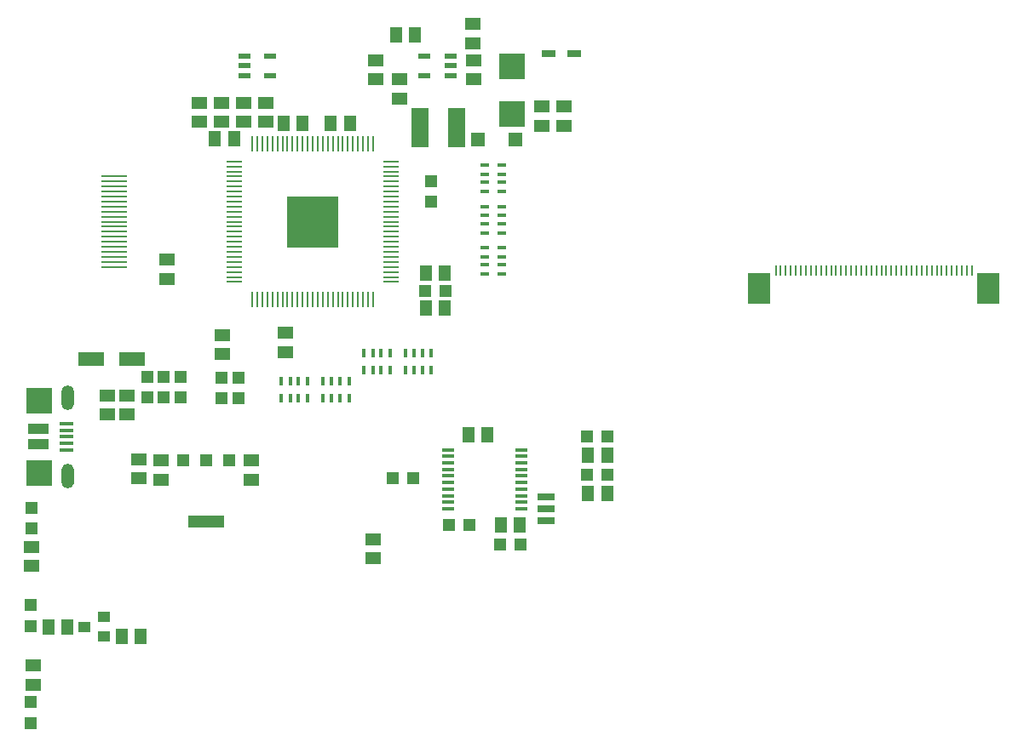
<source format=gbr>
G04 EAGLE Gerber RS-274X export*
G75*
%MOMM*%
%FSLAX34Y34*%
%LPD*%
%INSolderpaste Top*%
%IPPOS*%
%AMOC8*
5,1,8,0,0,1.08239X$1,22.5*%
G01*
%ADD10R,2.600000X0.250000*%
%ADD11R,0.270000X1.500000*%
%ADD12R,1.500000X0.270000*%
%ADD13R,5.200000X5.200000*%
%ADD14R,1.500000X1.300000*%
%ADD15R,1.300000X1.200000*%
%ADD16R,1.200000X1.300000*%
%ADD17R,1.300000X1.500000*%
%ADD18R,1.200000X0.550000*%
%ADD19R,1.300000X1.300000*%
%ADD20R,3.600000X1.300000*%
%ADD21R,1.350000X0.400000*%
%ADD22R,2.000000X1.000000*%
%ADD23R,2.500000X2.500000*%
%ADD24R,1.270000X0.304800*%
%ADD25R,1.700000X0.700000*%
%ADD26R,0.900000X0.450000*%
%ADD27R,0.450000X0.900000*%
%ADD28R,1.200000X1.200000*%
%ADD29R,1.800000X4.000000*%
%ADD30R,1.400000X1.400000*%
%ADD31R,2.540000X2.540000*%
%ADD32R,1.200000X1.000000*%
%ADD33R,0.250000X1.100000*%
%ADD34R,2.300000X3.100000*%
%ADD35R,1.350000X0.800000*%
%ADD36R,2.600000X1.400000*%

G36*
X46598Y322873D02*
X46598Y322873D01*
X47872Y323073D01*
X47919Y323090D01*
X48009Y323111D01*
X49205Y323589D01*
X49248Y323616D01*
X49331Y323656D01*
X50391Y324388D01*
X50427Y324424D01*
X50498Y324482D01*
X51369Y325432D01*
X51396Y325474D01*
X51453Y325547D01*
X52090Y326667D01*
X52107Y326714D01*
X52146Y326797D01*
X52519Y328031D01*
X52524Y328081D01*
X52544Y328171D01*
X52633Y329456D01*
X52631Y329476D01*
X52634Y329500D01*
X52634Y340500D01*
X52632Y340515D01*
X52633Y340535D01*
X52572Y341661D01*
X52561Y341708D01*
X52553Y341784D01*
X52272Y342877D01*
X52252Y342921D01*
X52230Y342994D01*
X51742Y344011D01*
X51714Y344050D01*
X51677Y344117D01*
X51000Y345020D01*
X50965Y345053D01*
X50916Y345111D01*
X50076Y345864D01*
X50035Y345890D01*
X49975Y345938D01*
X49004Y346512D01*
X48959Y346529D01*
X48892Y346565D01*
X47827Y346939D01*
X47780Y346947D01*
X47707Y346969D01*
X46590Y347128D01*
X46562Y347127D01*
X46410Y347128D01*
X45294Y346969D01*
X45248Y346954D01*
X45173Y346939D01*
X44108Y346565D01*
X44066Y346541D01*
X43996Y346512D01*
X43025Y345938D01*
X42988Y345906D01*
X42924Y345864D01*
X42084Y345111D01*
X42055Y345074D01*
X42000Y345020D01*
X41323Y344117D01*
X41301Y344074D01*
X41258Y344011D01*
X40770Y342994D01*
X40757Y342947D01*
X40728Y342877D01*
X40447Y341784D01*
X40444Y341736D01*
X40428Y341661D01*
X40367Y340535D01*
X40369Y340519D01*
X40366Y340500D01*
X40366Y329500D01*
X40369Y329485D01*
X40367Y329465D01*
X40428Y328339D01*
X40440Y328292D01*
X40447Y328216D01*
X40728Y327123D01*
X40748Y327079D01*
X40770Y327006D01*
X41258Y325989D01*
X41287Y325950D01*
X41323Y325883D01*
X42000Y324980D01*
X42035Y324947D01*
X42084Y324889D01*
X42924Y324136D01*
X42965Y324110D01*
X43025Y324062D01*
X43996Y323488D01*
X44041Y323471D01*
X44108Y323435D01*
X45173Y323061D01*
X45220Y323053D01*
X45294Y323031D01*
X46410Y322872D01*
X46411Y322872D01*
X46598Y322873D01*
G37*
G36*
X46598Y244873D02*
X46598Y244873D01*
X47872Y245073D01*
X47919Y245090D01*
X48009Y245111D01*
X49205Y245589D01*
X49248Y245616D01*
X49331Y245656D01*
X50391Y246388D01*
X50427Y246424D01*
X50498Y246482D01*
X51369Y247432D01*
X51396Y247474D01*
X51453Y247547D01*
X52090Y248667D01*
X52107Y248714D01*
X52146Y248797D01*
X52519Y250031D01*
X52524Y250081D01*
X52544Y250171D01*
X52633Y251456D01*
X52631Y251476D01*
X52634Y251500D01*
X52634Y262500D01*
X52632Y262515D01*
X52633Y262535D01*
X52572Y263661D01*
X52561Y263708D01*
X52553Y263784D01*
X52272Y264877D01*
X52252Y264921D01*
X52230Y264994D01*
X51742Y266011D01*
X51714Y266050D01*
X51677Y266117D01*
X51000Y267020D01*
X50965Y267053D01*
X50916Y267111D01*
X50076Y267864D01*
X50035Y267890D01*
X49975Y267938D01*
X49004Y268512D01*
X48959Y268529D01*
X48892Y268565D01*
X47827Y268939D01*
X47780Y268947D01*
X47707Y268969D01*
X46590Y269128D01*
X46562Y269127D01*
X46410Y269128D01*
X45294Y268969D01*
X45248Y268954D01*
X45173Y268939D01*
X44108Y268565D01*
X44066Y268541D01*
X43996Y268512D01*
X43025Y267938D01*
X42988Y267906D01*
X42924Y267864D01*
X42084Y267111D01*
X42055Y267074D01*
X42000Y267020D01*
X41323Y266117D01*
X41301Y266074D01*
X41258Y266011D01*
X40770Y264994D01*
X40757Y264947D01*
X40728Y264877D01*
X40447Y263784D01*
X40444Y263736D01*
X40428Y263661D01*
X40367Y262535D01*
X40369Y262519D01*
X40366Y262500D01*
X40366Y251500D01*
X40369Y251485D01*
X40367Y251465D01*
X40428Y250339D01*
X40440Y250292D01*
X40447Y250216D01*
X40728Y249123D01*
X40748Y249079D01*
X40770Y249006D01*
X41258Y247989D01*
X41287Y247950D01*
X41323Y247883D01*
X42000Y246980D01*
X42035Y246947D01*
X42084Y246889D01*
X42924Y246136D01*
X42965Y246110D01*
X43025Y246062D01*
X43996Y245488D01*
X44041Y245471D01*
X44108Y245435D01*
X45173Y245061D01*
X45220Y245053D01*
X45294Y245031D01*
X46410Y244872D01*
X46411Y244872D01*
X46598Y244873D01*
G37*
D10*
X92500Y465000D03*
X92500Y470000D03*
X92500Y475000D03*
X92500Y480000D03*
X92500Y485000D03*
X92500Y490000D03*
X92500Y495000D03*
X92500Y500000D03*
X92500Y505000D03*
X92500Y510000D03*
X92500Y515000D03*
X92500Y520000D03*
X92500Y525000D03*
X92500Y530000D03*
X92500Y535000D03*
X92500Y540000D03*
X92500Y545000D03*
X92500Y550000D03*
X92500Y555000D03*
D11*
X230000Y587500D03*
X235000Y587500D03*
X240000Y587500D03*
X245000Y587500D03*
X250000Y587500D03*
X255000Y587500D03*
X260000Y587500D03*
X265000Y587500D03*
X270000Y587500D03*
X275000Y587500D03*
X280000Y587500D03*
X285000Y587500D03*
X290000Y587500D03*
X295000Y587500D03*
X300000Y587500D03*
X305000Y587500D03*
X310000Y587500D03*
X315000Y587500D03*
X320000Y587500D03*
X325000Y587500D03*
X330000Y587500D03*
X335000Y587500D03*
X340000Y587500D03*
X345000Y587500D03*
X350000Y587500D03*
X230000Y432500D03*
X235000Y432500D03*
X240000Y432500D03*
X245000Y432500D03*
X250000Y432500D03*
X255000Y432500D03*
X260000Y432500D03*
X265000Y432500D03*
X270000Y432500D03*
X275000Y432500D03*
X280000Y432500D03*
X285000Y432500D03*
X290000Y432500D03*
X295000Y432500D03*
X300000Y432500D03*
X305000Y432500D03*
X310000Y432500D03*
X315000Y432500D03*
X320000Y432500D03*
X325000Y432500D03*
X330000Y432500D03*
X335000Y432500D03*
X340000Y432500D03*
X345000Y432500D03*
X350000Y432500D03*
D12*
X367500Y450000D03*
X367500Y455000D03*
X367500Y460000D03*
X367500Y465000D03*
X367500Y470000D03*
X367500Y475000D03*
X367500Y480000D03*
X367500Y485000D03*
X367500Y490000D03*
X367500Y495000D03*
X367500Y500000D03*
X367500Y505000D03*
X367500Y510000D03*
X367500Y515000D03*
X367500Y520000D03*
X367500Y525000D03*
X367500Y530000D03*
X367500Y535000D03*
X367500Y540000D03*
X367500Y545000D03*
X367500Y550000D03*
X367500Y555000D03*
X367500Y560000D03*
X367500Y565000D03*
X367500Y570000D03*
X212500Y570000D03*
X212500Y565000D03*
X212500Y560000D03*
X212500Y555000D03*
X212500Y550000D03*
X212500Y545000D03*
X212500Y540000D03*
X212500Y535000D03*
X212500Y530000D03*
X212500Y525000D03*
X212500Y520000D03*
X212500Y515000D03*
X212500Y510000D03*
X212500Y505000D03*
X212500Y500000D03*
X212500Y495000D03*
X212500Y490000D03*
X212500Y485000D03*
X212500Y480000D03*
X212500Y475000D03*
X212500Y470000D03*
X212500Y465000D03*
X212500Y460000D03*
X212500Y455000D03*
X212500Y450000D03*
D13*
X290000Y510000D03*
D14*
X177000Y628500D03*
X177000Y609500D03*
D15*
X158820Y335340D03*
X158820Y355660D03*
D16*
X422160Y440730D03*
X401840Y440730D03*
D15*
X125360Y335340D03*
X125360Y355660D03*
X142090Y335340D03*
X142090Y355660D03*
D14*
X263000Y399500D03*
X263000Y380500D03*
D17*
X280000Y608000D03*
X261000Y608000D03*
X402500Y458730D03*
X421500Y458730D03*
D15*
X408000Y529840D03*
X408000Y550160D03*
D17*
X327000Y608000D03*
X308000Y608000D03*
X193000Y592500D03*
X212000Y592500D03*
D14*
X105090Y337220D03*
X105090Y318220D03*
X200000Y397000D03*
X200000Y378000D03*
D15*
X199150Y354270D03*
X199150Y333950D03*
X216190Y334070D03*
X216190Y354390D03*
D14*
X145000Y472000D03*
X145000Y453000D03*
D18*
X221999Y674500D03*
X221999Y665000D03*
X221999Y655500D03*
X248001Y655500D03*
X248001Y674500D03*
D14*
X199000Y628500D03*
X199000Y609500D03*
X221000Y628500D03*
X221000Y609500D03*
D19*
X207000Y272500D03*
X184000Y272500D03*
X161000Y272500D03*
D20*
X184000Y211500D03*
D21*
X45250Y309000D03*
X45250Y302500D03*
X45250Y296000D03*
X45250Y289500D03*
X45250Y283000D03*
D22*
X17500Y303500D03*
X17500Y288500D03*
D23*
X18500Y332000D03*
X18500Y260000D03*
D14*
X86090Y337220D03*
X86090Y318220D03*
X139000Y253500D03*
X139000Y272500D03*
X229000Y253500D03*
X229000Y272500D03*
D17*
X421500Y424000D03*
X402500Y424000D03*
D24*
X497188Y224410D03*
X497188Y230910D03*
X497188Y237410D03*
X497188Y243910D03*
X497188Y250410D03*
X497188Y256910D03*
X497188Y263410D03*
X497188Y269910D03*
X497188Y276410D03*
X497188Y282910D03*
X424832Y282910D03*
X424832Y276410D03*
X424832Y269910D03*
X424832Y263410D03*
X424832Y256910D03*
X424832Y250410D03*
X424832Y243910D03*
X424832Y237410D03*
X424832Y230910D03*
X424832Y224410D03*
D25*
X521860Y212080D03*
X521860Y224080D03*
X521860Y236080D03*
D17*
X476910Y208210D03*
X495910Y208210D03*
D16*
X425450Y208210D03*
X445770Y208210D03*
D26*
X478000Y484000D03*
X461000Y484000D03*
X478000Y475000D03*
X478000Y467000D03*
X478000Y458000D03*
X461000Y458000D03*
X461000Y475000D03*
X461000Y467000D03*
X478000Y525000D03*
X461000Y525000D03*
X478000Y516000D03*
X478000Y508000D03*
X478000Y499000D03*
X461000Y499000D03*
X461000Y516000D03*
X461000Y508000D03*
D27*
X367000Y362000D03*
X367000Y379000D03*
X358000Y362000D03*
X350000Y362000D03*
X341000Y362000D03*
X341000Y379000D03*
X358000Y379000D03*
X350000Y379000D03*
X408000Y362000D03*
X408000Y379000D03*
X399000Y362000D03*
X391000Y362000D03*
X382000Y362000D03*
X382000Y379000D03*
X399000Y379000D03*
X391000Y379000D03*
X285000Y334500D03*
X285000Y351500D03*
X276000Y334500D03*
X268000Y334500D03*
X259000Y334500D03*
X259000Y351500D03*
X276000Y351500D03*
X268000Y351500D03*
X326000Y334500D03*
X326000Y351500D03*
X317000Y334500D03*
X309000Y334500D03*
X300000Y334500D03*
X300000Y351500D03*
X317000Y351500D03*
X309000Y351500D03*
D26*
X478000Y566000D03*
X461000Y566000D03*
X478000Y557000D03*
X478000Y549000D03*
X478000Y540000D03*
X461000Y540000D03*
X461000Y557000D03*
X461000Y549000D03*
D17*
X463910Y298110D03*
X444910Y298110D03*
D14*
X12230Y49320D03*
X12230Y68320D03*
D28*
X10000Y31950D03*
X10000Y10950D03*
D18*
X427001Y655500D03*
X427001Y665000D03*
X427001Y674500D03*
X400999Y674500D03*
X400999Y655500D03*
D29*
X397000Y604000D03*
X433000Y604000D03*
D30*
X491500Y592000D03*
X454500Y592000D03*
D14*
X376500Y651500D03*
X376500Y632500D03*
X540000Y605500D03*
X540000Y624500D03*
X518000Y605500D03*
X518000Y624500D03*
X450000Y670500D03*
X450000Y651500D03*
X449540Y687780D03*
X449540Y706780D03*
D31*
X488000Y617505D03*
X488000Y664495D03*
D14*
X353000Y651500D03*
X353000Y670500D03*
X243000Y628500D03*
X243000Y609500D03*
D28*
X11000Y204500D03*
X11000Y225500D03*
D14*
X11000Y186500D03*
X11000Y167500D03*
D28*
X10000Y107725D03*
X10000Y128725D03*
D17*
X27275Y106980D03*
X46275Y106980D03*
D32*
X62680Y106980D03*
X82680Y116480D03*
X82680Y97480D03*
D17*
X119070Y97710D03*
X100070Y97710D03*
D16*
X562990Y296400D03*
X583310Y296400D03*
X562990Y258300D03*
X583310Y258300D03*
D17*
X582650Y277350D03*
X563650Y277350D03*
X563650Y239250D03*
X582650Y239250D03*
D16*
X496570Y188430D03*
X476250Y188430D03*
X369570Y254930D03*
X389890Y254930D03*
D14*
X349830Y194230D03*
X349830Y175230D03*
D33*
X945200Y461000D03*
X940200Y461000D03*
X935200Y461000D03*
X930200Y461000D03*
X925200Y461000D03*
X920200Y461000D03*
X915200Y461000D03*
X910200Y461000D03*
X905200Y461000D03*
X900200Y461000D03*
X895200Y461000D03*
X890200Y461000D03*
X885200Y461000D03*
X880200Y461000D03*
X875200Y461000D03*
X870200Y461000D03*
X865200Y461000D03*
X860200Y461000D03*
X855200Y461000D03*
X850200Y461000D03*
X845200Y461000D03*
X840200Y461000D03*
X835200Y461000D03*
X830200Y461000D03*
X825200Y461000D03*
X820200Y461000D03*
X815200Y461000D03*
X810200Y461000D03*
X805200Y461000D03*
X800200Y461000D03*
X795200Y461000D03*
X790200Y461000D03*
X785200Y461000D03*
X780200Y461000D03*
X775200Y461000D03*
X770200Y461000D03*
X765200Y461000D03*
X760200Y461000D03*
X755200Y461000D03*
X750200Y461000D03*
D34*
X733700Y444000D03*
X961700Y444000D03*
D17*
X391770Y695960D03*
X372770Y695960D03*
D35*
X549910Y676910D03*
X524510Y676910D03*
D36*
X110670Y373380D03*
X69670Y373380D03*
D14*
X116840Y254660D03*
X116840Y273660D03*
M02*

</source>
